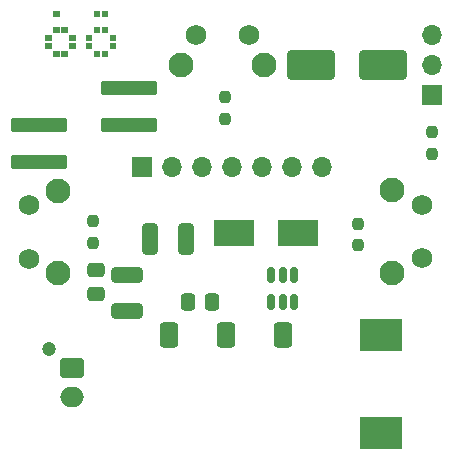
<source format=gbr>
%TF.GenerationSoftware,KiCad,Pcbnew,(6.0.0)*%
%TF.CreationDate,2022-01-15T14:34:17+01:00*%
%TF.ProjectId,bike_pixel_m,62696b65-5f70-4697-9865-6c5f6d2e6b69,v0.5*%
%TF.SameCoordinates,Original*%
%TF.FileFunction,Soldermask,Top*%
%TF.FilePolarity,Negative*%
%FSLAX46Y46*%
G04 Gerber Fmt 4.6, Leading zero omitted, Abs format (unit mm)*
G04 Created by KiCad (PCBNEW (6.0.0)) date 2022-01-15 14:34:17*
%MOMM*%
%LPD*%
G01*
G04 APERTURE LIST*
G04 Aperture macros list*
%AMRoundRect*
0 Rectangle with rounded corners*
0 $1 Rounding radius*
0 $2 $3 $4 $5 $6 $7 $8 $9 X,Y pos of 4 corners*
0 Add a 4 corners polygon primitive as box body*
4,1,4,$2,$3,$4,$5,$6,$7,$8,$9,$2,$3,0*
0 Add four circle primitives for the rounded corners*
1,1,$1+$1,$2,$3*
1,1,$1+$1,$4,$5*
1,1,$1+$1,$6,$7*
1,1,$1+$1,$8,$9*
0 Add four rect primitives between the rounded corners*
20,1,$1+$1,$2,$3,$4,$5,0*
20,1,$1+$1,$4,$5,$6,$7,0*
20,1,$1+$1,$6,$7,$8,$9,0*
20,1,$1+$1,$8,$9,$2,$3,0*%
G04 Aperture macros list end*
%ADD10RoundRect,0.250000X-1.750000X-1.000000X1.750000X-1.000000X1.750000X1.000000X-1.750000X1.000000X0*%
%ADD11RoundRect,0.237500X0.237500X-0.250000X0.237500X0.250000X-0.237500X0.250000X-0.237500X-0.250000X0*%
%ADD12RoundRect,0.250000X0.337500X0.475000X-0.337500X0.475000X-0.337500X-0.475000X0.337500X-0.475000X0*%
%ADD13R,1.700000X1.700000*%
%ADD14O,1.700000X1.700000*%
%ADD15R,3.500000X2.300000*%
%ADD16RoundRect,0.250000X-1.075000X0.400000X-1.075000X-0.400000X1.075000X-0.400000X1.075000X0.400000X0*%
%ADD17RoundRect,0.150000X-0.150000X0.512500X-0.150000X-0.512500X0.150000X-0.512500X0.150000X0.512500X0*%
%ADD18R,3.600000X2.700000*%
%ADD19C,2.100000*%
%ADD20C,1.750000*%
%ADD21RoundRect,0.250000X-0.475000X0.337500X-0.475000X-0.337500X0.475000X-0.337500X0.475000X0.337500X0*%
%ADD22RoundRect,0.400000X-0.400000X-0.700000X0.400000X-0.700000X0.400000X0.700000X-0.400000X0.700000X0*%
%ADD23RoundRect,0.250000X2.125000X-0.362500X2.125000X0.362500X-2.125000X0.362500X-2.125000X-0.362500X0*%
%ADD24C,1.200000*%
%ADD25RoundRect,0.250000X-0.750000X0.600000X-0.750000X-0.600000X0.750000X-0.600000X0.750000X0.600000X0*%
%ADD26O,2.000000X1.700000*%
%ADD27RoundRect,0.250000X0.400000X1.075000X-0.400000X1.075000X-0.400000X-1.075000X0.400000X-1.075000X0*%
%ADD28RoundRect,0.250000X-2.125000X0.362500X-2.125000X-0.362500X2.125000X-0.362500X2.125000X0.362500X0*%
G04 APERTURE END LIST*
%TO.C,...*%
G36*
X128891678Y-81326244D02*
G01*
X128339609Y-81326244D01*
X128339609Y-80774176D01*
X128891678Y-80774176D01*
X128891678Y-81326244D01*
G37*
G36*
X126848056Y-84047846D02*
G01*
X126295987Y-84047846D01*
X126295987Y-83500620D01*
X126848056Y-83500620D01*
X126848056Y-84047846D01*
G37*
G36*
X129569657Y-84730667D02*
G01*
X129022431Y-84730667D01*
X129022431Y-84178599D01*
X129569657Y-84178599D01*
X129569657Y-84730667D01*
G37*
G36*
X126848056Y-83369867D02*
G01*
X126295987Y-83369867D01*
X126295987Y-82817798D01*
X126848056Y-82817798D01*
X126848056Y-83369867D01*
G37*
G36*
X130252479Y-83369867D02*
G01*
X129979673Y-83369867D01*
X129929156Y-83369811D01*
X129881560Y-83369650D01*
X129837763Y-83369396D01*
X129798640Y-83369057D01*
X129765071Y-83368644D01*
X129737932Y-83368168D01*
X129718101Y-83367638D01*
X129706456Y-83367065D01*
X129703639Y-83366638D01*
X129703042Y-83361330D01*
X129702480Y-83347214D01*
X129701965Y-83325168D01*
X129701506Y-83296069D01*
X129701114Y-83260794D01*
X129700798Y-83220221D01*
X129700570Y-83175228D01*
X129700439Y-83126693D01*
X129700410Y-83090604D01*
X129700410Y-82817798D01*
X130252479Y-82817798D01*
X130252479Y-83369867D01*
G37*
G36*
X128208856Y-84047846D02*
G01*
X127656788Y-84047846D01*
X127656788Y-83500620D01*
X128208856Y-83500620D01*
X128208856Y-84047846D01*
G37*
G36*
X128891678Y-84730667D02*
G01*
X128339609Y-84730667D01*
X128339609Y-84178599D01*
X128891678Y-84178599D01*
X128891678Y-84730667D01*
G37*
G36*
X124804433Y-84047846D02*
G01*
X124252365Y-84047846D01*
X124252365Y-83500620D01*
X124804433Y-83500620D01*
X124804433Y-84047846D01*
G37*
G36*
X130252479Y-84047846D02*
G01*
X129700410Y-84047846D01*
X129700410Y-83500620D01*
X130252479Y-83500620D01*
X130252479Y-84047846D01*
G37*
G36*
X124803262Y-83092622D02*
G01*
X124802012Y-83367445D01*
X124527188Y-83368696D01*
X124252365Y-83369947D01*
X124252365Y-82817798D01*
X124804513Y-82817798D01*
X124803262Y-83092622D01*
G37*
G36*
X128208856Y-83369867D02*
G01*
X127656788Y-83369867D01*
X127656788Y-82817798D01*
X128208856Y-82817798D01*
X128208856Y-83369867D01*
G37*
G36*
X125482412Y-82687045D02*
G01*
X124935186Y-82687045D01*
X124935186Y-82134976D01*
X125482412Y-82134976D01*
X125482412Y-82687045D01*
G37*
G36*
X126165234Y-84730667D02*
G01*
X125613165Y-84730667D01*
X125613165Y-84178599D01*
X126165234Y-84178599D01*
X126165234Y-84730667D01*
G37*
G36*
X126165234Y-82687045D02*
G01*
X125613165Y-82687045D01*
X125613165Y-82134976D01*
X126165234Y-82134976D01*
X126165234Y-82687045D01*
G37*
G36*
X128891678Y-82687045D02*
G01*
X128339609Y-82687045D01*
X128339609Y-82134976D01*
X128891678Y-82134976D01*
X128891678Y-82687045D01*
G37*
G36*
X129569657Y-82687045D02*
G01*
X129022431Y-82687045D01*
X129022431Y-82134976D01*
X129569657Y-82134976D01*
X129569657Y-82687045D01*
G37*
G36*
X125482412Y-81326244D02*
G01*
X124935186Y-81326244D01*
X124935186Y-80774176D01*
X125482412Y-80774176D01*
X125482412Y-81326244D01*
G37*
G36*
X129569657Y-81326244D02*
G01*
X129022431Y-81326244D01*
X129022431Y-80774176D01*
X129569657Y-80774176D01*
X129569657Y-81326244D01*
G37*
G36*
X125482412Y-84730667D02*
G01*
X124935186Y-84730667D01*
X124935186Y-84178599D01*
X125482412Y-84178599D01*
X125482412Y-84730667D01*
G37*
%TD*%
D10*
%TO.C,C3*%
X146717500Y-85350000D03*
X152817500Y-85350000D03*
%TD*%
D11*
%TO.C,R6*%
X128250000Y-100412500D03*
X128250000Y-98587500D03*
%TD*%
%TO.C,R8*%
X157000000Y-92912500D03*
X157000000Y-91087500D03*
%TD*%
D12*
%TO.C,C1*%
X138375300Y-105410000D03*
X136300300Y-105410000D03*
%TD*%
D13*
%TO.C,J3*%
X156975000Y-87900000D03*
D14*
X156975000Y-85360000D03*
X156975000Y-82820000D03*
%TD*%
D15*
%TO.C,D1*%
X140208000Y-99568000D03*
X145608000Y-99568000D03*
%TD*%
D16*
%TO.C,R2*%
X131200000Y-103150000D03*
X131200000Y-106250000D03*
%TD*%
D17*
%TO.C,U1*%
X145298200Y-103154900D03*
X144348200Y-103154900D03*
X143398200Y-103154900D03*
X143398200Y-105429900D03*
X144348200Y-105429900D03*
X145298200Y-105429900D03*
%TD*%
D18*
%TO.C,L1*%
X152654000Y-116545000D03*
X152654000Y-108245000D03*
%TD*%
D19*
%TO.C,SW2*%
X135750000Y-85352500D03*
X142760000Y-85352500D03*
D20*
X137000000Y-82862500D03*
X141500000Y-82862500D03*
%TD*%
D21*
%TO.C,C2*%
X128500000Y-102712500D03*
X128500000Y-104787500D03*
%TD*%
D22*
%TO.C,SW1*%
X134750000Y-108220000D03*
X139550000Y-108220000D03*
X144350000Y-108220000D03*
%TD*%
D19*
%TO.C,SW3*%
X125340000Y-96015000D03*
X125340000Y-103025000D03*
D20*
X122850000Y-101775000D03*
X122850000Y-97275000D03*
%TD*%
D23*
%TO.C,R3*%
X123700000Y-93562500D03*
X123700000Y-90437500D03*
%TD*%
D24*
%TO.C,J1*%
X124525000Y-109418000D03*
D25*
X126525000Y-111018000D03*
D26*
X126525000Y-113518000D03*
%TD*%
D11*
%TO.C,R7*%
X150750000Y-100662500D03*
X150750000Y-98837500D03*
%TD*%
D13*
%TO.C,J2*%
X132400000Y-93975000D03*
D14*
X134940000Y-93975000D03*
X137480000Y-93975000D03*
X140020000Y-93975000D03*
X142560000Y-93975000D03*
X145100000Y-93975000D03*
X147640000Y-93975000D03*
%TD*%
D27*
%TO.C,R1*%
X136196000Y-100076000D03*
X133096000Y-100076000D03*
%TD*%
D11*
%TO.C,R5*%
X139500000Y-89912500D03*
X139500000Y-88087500D03*
%TD*%
D28*
%TO.C,R4*%
X131350000Y-87350000D03*
X131350000Y-90475000D03*
%TD*%
D19*
%TO.C,SW4*%
X153610000Y-102985000D03*
X153610000Y-95975000D03*
D20*
X156100000Y-97225000D03*
X156100000Y-101725000D03*
%TD*%
M02*

</source>
